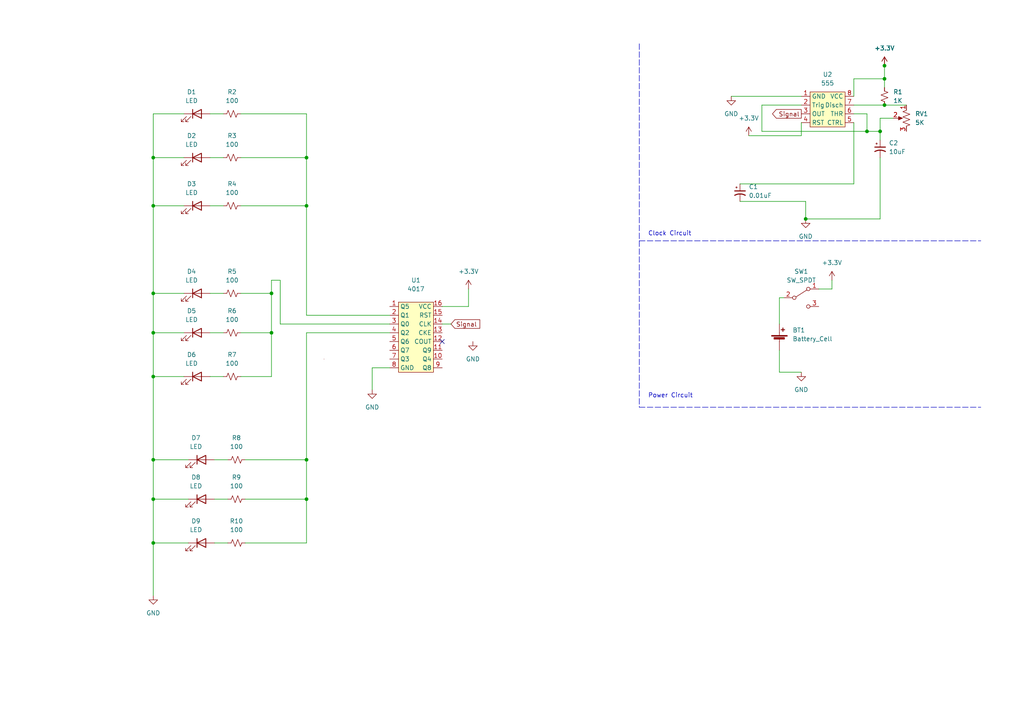
<source format=kicad_sch>
(kicad_sch (version 20211123) (generator eeschema)
  (paper "A4")
  (title_block (title "IEEE Ornament"))
  (lib_symbols
    (symbol "Device:Battery_Cell" (pin_numbers hide) (pin_names (offset 0) hide)
      (property "Reference" "BT" (at 2.54 2.54 0))
      (property "Value" "Battery_Cell" (at 2.54 0 0))
      (symbol "Battery_Cell_0_1"
        (rectangle (start -2.286 1.778) (end 2.286 1.524) (fill (type outline)))
        (rectangle (start -1.5748 1.1938) (end 1.4732 0.6858) (fill (type outline)))
        (polyline (pts (xy 0 0.762) (xy 0 0)))
        (polyline (pts (xy 0 1.778) (xy 0 2.54)))
        (polyline (pts (xy 0.508 3.429) (xy 1.524 3.429)) (stroke (width 0.254)))
        (polyline (pts (xy 1.016 3.937) (xy 1.016 2.921)) (stroke (width 0.254)))
      )
      (symbol "Battery_Cell_1_1"
        (pin passive line (at 0 5.08 270) (length 2.54) (name "+") (number "1"))
        (pin passive line (at 0 -2.54 90) (length 2.54) (name "-") (number "2"))
      )
    )
    (symbol "Device:C_Polarized_Small_US" (pin_numbers hide) (pin_names (offset 0.254) hide)
      (property "Reference" "C" (at 0.254 1.778 0))
      (property "Value" "C_Polarized_Small_US" (at 0.254 -2.032 0))
      (symbol "C_Polarized_Small_US_0_1"
        (polyline (pts (xy -1.524 0.508) (xy 1.524 0.508)) (stroke (width 0.3048)))
        (polyline (pts (xy -1.27 1.524) (xy -0.762 1.524)))
        (polyline (pts (xy -1.016 1.27) (xy -1.016 1.778)))
        (arc (start 1.524 -0.762) (mid 0 -0.3734) (end -1.524 -0.762) (stroke (width 0.3048)))
      )
      (symbol "C_Polarized_Small_US_1_1"
        (pin passive line (at 0 2.54 270) (length 2.032) (name "~") (number "1"))
        (pin passive line (at 0 -2.54 90) (length 2.032) (name "~") (number "2"))
      )
    )
    (symbol "Device:LED" (pin_numbers hide) (pin_names (offset 1.016) hide)
      (property "Reference" "D" (at 0 2.54 0))
      (property "Value" "LED" (at 0 -2.54 0))
      (symbol "LED_0_1"
        (polyline (pts (xy -1.27 -1.27) (xy -1.27 1.27)) (stroke (width 0.254)))
        (polyline (pts (xy -1.27 0) (xy 1.27 0)))
        (polyline (pts (xy 1.27 -1.27) (xy 1.27 1.27) (xy -1.27 0) (xy 1.27 -1.27)) (stroke (width 0.254)))
        (polyline (pts (xy -3.048 -0.762) (xy -4.572 -2.286) (xy -3.81 -2.286) (xy -4.572 -2.286) (xy -4.572 -1.524)))
        (polyline (pts (xy -1.778 -0.762) (xy -3.302 -2.286) (xy -2.54 -2.286) (xy -3.302 -2.286) (xy -3.302 -1.524)))
      )
      (symbol "LED_1_1"
        (pin passive line (at -3.81 0 0) (length 2.54) (name "K") (number "1"))
        (pin passive line (at 3.81 0 180) (length 2.54) (name "A") (number "2"))
      )
    )
    (symbol "Device:R_Potentiometer_US" (pin_names (offset 1.016) hide)
      (property "Reference" "RV" (at -4.445 0 90))
      (property "Value" "R_Potentiometer_US" (at -2.54 0 90))
      (symbol "R_Potentiometer_US_0_1"
        (polyline (pts (xy 0 -2.286) (xy 0 -2.54)))
        (polyline (pts (xy 0 2.54) (xy 0 2.286)))
        (polyline (pts (xy 2.54 0) (xy 1.524 0)))
        (polyline (pts (xy 1.143 0) (xy 2.286 0.508) (xy 2.286 -0.508) (xy 1.143 0)) (fill (type outline)))
        (polyline (pts (xy 0 -0.762) (xy 1.016 -1.143) (xy 0 -1.524) (xy -1.016 -1.905) (xy 0 -2.286)))
        (polyline (pts (xy 0 0.762) (xy 1.016 0.381) (xy 0 0) (xy -1.016 -0.381) (xy 0 -0.762)))
        (polyline (pts (xy 0 2.286) (xy 1.016 1.905) (xy 0 1.524) (xy -1.016 1.143) (xy 0 0.762)))
      )
      (symbol "R_Potentiometer_US_1_1"
        (pin passive line (at 0 3.81 270) (length 1.27) (name "1") (number "1"))
        (pin passive line (at 3.81 0 180) (length 1.27) (name "2") (number "2"))
        (pin passive line (at 0 -3.81 90) (length 1.27) (name "3") (number "3"))
      )
    )
    (symbol "Device:R_Small_US" (pin_numbers hide) (pin_names (offset 0.254) hide)
      (property "Reference" "R" (at 0.762 0.508 0))
      (property "Value" "R_Small_US" (at 0.762 -1.016 0))
      (symbol "R_Small_US_1_1"
        (polyline (pts (xy 0 0) (xy 1.016 -0.381) (xy 0 -0.762) (xy -1.016 -1.143) (xy 0 -1.524)))
        (polyline (pts (xy 0 1.524) (xy 1.016 1.143) (xy 0 0.762) (xy -1.016 0.381) (xy 0 0)))
        (pin passive line (at 0 2.54 270) (length 1.016) (name "~") (number "1"))
        (pin passive line (at 0 -2.54 90) (length 1.016) (name "~") (number "2"))
      )
    )
    (symbol "IEEE Ornament:4017"
      (property "Reference" "U" (at 0 1.27 0))
      (property "Value" "4017" (at 0 -1.27 0))
      (symbol "4017_0_1"
        (rectangle (start -26.67 -19.05) (end -26.67 -19.05))
        (rectangle (start -5.08 -2.54) (end 5.08 -22.86) (fill (type background)))
      )
      (symbol "4017_1_1"
        (pin input line (at -7.62 -3.81 0) (length 2.54) (name "Q5") (number "1"))
        (pin input line (at 7.62 -19.05 180) (length 2.54) (name "Q4") (number "10"))
        (pin input line (at 7.62 -16.51 180) (length 2.54) (name "Q9") (number "11"))
        (pin input line (at 7.62 -13.97 180) (length 2.54) (name "COUT") (number "12"))
        (pin input line (at 7.62 -11.43 180) (length 2.54) (name "CKE") (number "13"))
        (pin input line (at 7.62 -8.89 180) (length 2.54) (name "CLK") (number "14"))
        (pin input line (at 7.62 -6.35 180) (length 2.54) (name "RST") (number "15"))
        (pin input line (at 7.62 -3.81 180) (length 2.54) (name "VCC") (number "16"))
        (pin input line (at -7.62 -6.35 0) (length 2.54) (name "Q1") (number "2"))
        (pin input line (at -7.62 -8.89 0) (length 2.54) (name "Q0") (number "3"))
        (pin input line (at -7.62 -11.43 0) (length 2.54) (name "Q2") (number "4"))
        (pin input line (at -7.62 -13.97 0) (length 2.54) (name "Q6") (number "5"))
        (pin input line (at -7.62 -16.51 0) (length 2.54) (name "Q7") (number "6"))
        (pin input line (at -7.62 -19.05 0) (length 2.54) (name "Q3") (number "7"))
        (pin input line (at -7.62 -21.59 0) (length 2.54) (name "GND") (number "8"))
        (pin input line (at 7.62 -21.59 180) (length 2.54) (name "Q8") (number "9"))
      )
    )
    (symbol "IEEE Ornament:555"
      (property "Reference" "U" (at 0 3.81 0))
      (property "Value" "555" (at 0 1.27 0))
      (symbol "555_0_1"
        (rectangle (start -5.08 0) (end 5.08 -10.16) (fill (type background)))
      )
      (symbol "555_1_1"
        (pin input line (at -7.62 -1.27 0) (length 2.54) (name "GND") (number "1"))
        (pin input line (at -7.62 -3.81 0) (length 2.54) (name "Trig") (number "2"))
        (pin input line (at -7.62 -6.35 0) (length 2.54) (name "OUT") (number "3"))
        (pin input line (at -7.62 -8.89 0) (length 2.54) (name "RST") (number "4"))
        (pin input line (at 7.62 -8.89 180) (length 2.54) (name "CTRL") (number "5"))
        (pin input line (at 7.62 -6.35 180) (length 2.54) (name "THR") (number "6"))
        (pin input line (at 7.62 -3.81 180) (length 2.54) (name "Disch") (number "7"))
        (pin input line (at 7.62 -1.27 180) (length 2.54) (name "VCC") (number "8"))
      )
    )
    (symbol "Switch:SW_SPDT" (pin_names (offset 0) hide)
      (property "Reference" "SW" (at 0 4.318 0))
      (property "Value" "SW_SPDT" (at 0 -5.08 0))
      (symbol "SW_SPDT_0_0"
        (circle (center -2.032 0) (radius 0.508))
        (circle (center 2.032 -2.54) (radius 0.508))
      )
      (symbol "SW_SPDT_0_1"
        (polyline (pts (xy -1.524 0.254) (xy 1.651 2.286)))
        (circle (center 2.032 2.54) (radius 0.508))
      )
      (symbol "SW_SPDT_1_1"
        (pin passive line (at 5.08 2.54 180) (length 2.54) (name "A") (number "1"))
        (pin passive line (at -5.08 0 0) (length 2.54) (name "B") (number "2"))
        (pin passive line (at 5.08 -2.54 180) (length 2.54) (name "C") (number "3"))
      )
    )
    (symbol "power:+3.3V" (power) (pin_names (offset 0))
      (property "Value" "+3.3V" (at 0 3.556 0))
      (symbol "+3.3V_0_1"
        (polyline (pts (xy -0.762 1.27) (xy 0 2.54)))
        (polyline (pts (xy 0 0) (xy 0 2.54)))
        (polyline (pts (xy 0 2.54) (xy 0.762 1.27)))
      )
      (symbol "+3.3V_1_1"
        (pin power_in line (at 0 0 90) (length 0) hide (name "+3.3V") (number "1"))
      )
    )
    (symbol "power:GND" (power) (pin_names (offset 0))
      (property "Value" "GND" (at 0 -3.81 0))
      (symbol "GND_0_1"
        (polyline (pts (xy 0 0) (xy 0 -1.27) (xy 1.27 -1.27) (xy 0 -2.54) (xy -1.27 -1.27) (xy 0 -1.27)))
      )
      (symbol "GND_1_1"
        (pin power_in line (at 0 0 270) (length 0) hide (name "GND") (number "1"))
      )
    )
  )
  (junction (at 44.45 96.52))
  (junction (at 44.45 109.22))
  (junction (at 233.68 63.5))
  (junction (at 44.45 144.78))
  (junction (at 44.45 85.09))
  (junction (at 88.9 59.69))
  (junction (at 88.9 133.35))
  (junction (at 44.45 59.69))
  (junction (at 44.45 45.72))
  (junction (at 256.54 30.48))
  (junction (at 256.54 19.05))
  (junction (at 44.45 133.35))
  (junction (at 44.45 157.48))
  (junction (at 256.54 22.86))
  (junction (at 88.9 45.72))
  (junction (at 251.46 38.1))
  (junction (at 78.74 96.52))
  (junction (at 88.9 144.78))
  (junction (at 255.27 38.1))
  (junction (at 78.74 85.09))
  (no_connect (at 128.27 99.06))
  (wire (pts (xy 62.23 133.35) (xy 66.04 133.35)))
  (wire (pts (xy 69.85 85.09) (xy 78.74 85.09)))
  (wire (pts (xy 78.74 85.09) (xy 78.74 96.52)))
  (wire (pts (xy 62.23 144.78) (xy 66.04 144.78)))
  (wire (pts (xy 88.9 96.52) (xy 88.9 133.35)))
  (wire (pts (xy 251.46 38.1) (xy 220.98 38.1)))
  (wire (pts (xy 60.96 109.22) (xy 64.77 109.22)))
  (wire (pts (xy 78.74 81.28) (xy 78.74 85.09)))
  (wire (pts (xy 247.65 33.02) (xy 251.46 33.02)))
  (wire (pts (xy 214.63 58.42) (xy 233.68 58.42)))
  (wire (pts (xy 81.28 81.28) (xy 78.74 81.28)))
  (wire (pts (xy 251.46 38.1) (xy 255.27 38.1)))
  (wire (pts (xy 88.9 157.48) (xy 71.12 157.48)))
  (polyline (pts (xy 185.42 69.85) (xy 185.42 118.11)))
  (wire (pts (xy 255.27 45.72) (xy 255.27 63.5)))
  (wire (pts (xy 44.45 157.48) (xy 44.45 172.72)))
  (wire (pts (xy 88.9 59.69) (xy 88.9 45.72)))
  (wire (pts (xy 220.98 30.48) (xy 232.41 30.48)))
  (wire (pts (xy 54.61 133.35) (xy 44.45 133.35)))
  (wire (pts (xy 44.45 96.52) (xy 53.34 96.52)))
  (polyline (pts (xy 185.42 69.85) (xy 284.48 69.85)))
  (wire (pts (xy 44.45 96.52) (xy 44.45 85.09)))
  (wire (pts (xy 256.54 19.05) (xy 256.54 22.86)))
  (wire (pts (xy 60.96 33.02) (xy 64.77 33.02)))
  (wire (pts (xy 130.81 93.98) (xy 128.27 93.98)))
  (wire (pts (xy 44.45 133.35) (xy 44.45 144.78)))
  (wire (pts (xy 233.68 58.42) (xy 233.68 63.5)))
  (wire (pts (xy 60.96 59.69) (xy 64.77 59.69)))
  (wire (pts (xy 226.06 101.6) (xy 226.06 107.95)))
  (wire (pts (xy 232.41 39.37) (xy 232.41 35.56)))
  (wire (pts (xy 88.9 91.44) (xy 88.9 59.69)))
  (wire (pts (xy 217.17 39.37) (xy 232.41 39.37)))
  (wire (pts (xy 69.85 59.69) (xy 88.9 59.69)))
  (wire (pts (xy 212.09 27.94) (xy 232.41 27.94)))
  (wire (pts (xy 255.27 38.1) (xy 255.27 40.64)))
  (wire (pts (xy 44.45 45.72) (xy 44.45 33.02)))
  (wire (pts (xy 107.95 106.68) (xy 107.95 113.03)))
  (wire (pts (xy 88.9 144.78) (xy 88.9 157.48)))
  (wire (pts (xy 113.03 96.52) (xy 88.9 96.52)))
  (wire (pts (xy 69.85 45.72) (xy 88.9 45.72)))
  (wire (pts (xy 113.03 106.68) (xy 107.95 106.68)))
  (wire (pts (xy 256.54 22.86) (xy 256.54 25.4)))
  (wire (pts (xy 241.3 83.82) (xy 241.3 81.28)))
  (wire (pts (xy 60.96 45.72) (xy 64.77 45.72)))
  (wire (pts (xy 62.23 157.48) (xy 66.04 157.48)))
  (wire (pts (xy 44.45 109.22) (xy 44.45 133.35)))
  (wire (pts (xy 237.49 83.82) (xy 241.3 83.82)))
  (wire (pts (xy 135.89 88.9) (xy 135.89 83.82)))
  (wire (pts (xy 44.45 85.09) (xy 53.34 85.09)))
  (wire (pts (xy 78.74 96.52) (xy 78.74 109.22)))
  (wire (pts (xy 247.65 30.48) (xy 256.54 30.48)))
  (wire (pts (xy 44.45 59.69) (xy 44.45 85.09)))
  (wire (pts (xy 113.03 93.98) (xy 81.28 93.98)))
  (wire (pts (xy 44.45 45.72) (xy 53.34 45.72)))
  (wire (pts (xy 44.45 33.02) (xy 53.34 33.02)))
  (wire (pts (xy 44.45 109.22) (xy 53.34 109.22)))
  (wire (pts (xy 214.63 53.34) (xy 247.65 53.34)))
  (wire (pts (xy 113.03 91.44) (xy 88.9 91.44)))
  (wire (pts (xy 226.06 93.98) (xy 226.06 86.36)))
  (wire (pts (xy 259.08 34.29) (xy 255.27 34.29)))
  (wire (pts (xy 78.74 109.22) (xy 69.85 109.22)))
  (wire (pts (xy 255.27 34.29) (xy 255.27 38.1)))
  (wire (pts (xy 247.65 22.86) (xy 247.65 27.94)))
  (wire (pts (xy 251.46 33.02) (xy 251.46 38.1)))
  (wire (pts (xy 256.54 30.48) (xy 262.89 30.48)))
  (wire (pts (xy 71.12 144.78) (xy 88.9 144.78)))
  (wire (pts (xy 247.65 22.86) (xy 256.54 22.86)))
  (wire (pts (xy 226.06 86.36) (xy 227.33 86.36)))
  (wire (pts (xy 226.06 107.95) (xy 232.41 107.95)))
  (wire (pts (xy 44.45 109.22) (xy 44.45 96.52)))
  (wire (pts (xy 69.85 96.52) (xy 78.74 96.52)))
  (wire (pts (xy 71.12 133.35) (xy 88.9 133.35)))
  (wire (pts (xy 247.65 53.34) (xy 247.65 35.56)))
  (wire (pts (xy 88.9 45.72) (xy 88.9 33.02)))
  (wire (pts (xy 81.28 93.98) (xy 81.28 81.28)))
  (wire (pts (xy 44.45 45.72) (xy 44.45 59.69)))
  (polyline (pts (xy 185.42 12.7) (xy 185.42 69.85)))
  (wire (pts (xy 54.61 144.78) (xy 44.45 144.78)))
  (wire (pts (xy 128.27 88.9) (xy 135.89 88.9)))
  (wire (pts (xy 60.96 96.52) (xy 64.77 96.52)))
  (wire (pts (xy 88.9 33.02) (xy 69.85 33.02)))
  (wire (pts (xy 60.96 85.09) (xy 64.77 85.09)))
  (polyline (pts (xy 185.42 118.11) (xy 284.48 118.11)))
  (wire (pts (xy 44.45 157.48) (xy 54.61 157.48)))
  (wire (pts (xy 88.9 133.35) (xy 88.9 144.78)))
  (wire (pts (xy 220.98 38.1) (xy 220.98 30.48)))
  (wire (pts (xy 53.34 59.69) (xy 44.45 59.69)))
  (wire (pts (xy 44.45 144.78) (xy 44.45 157.48)))
  (wire (pts (xy 255.27 63.5) (xy 233.68 63.5)))
  (text "Power Circuit" (at 187.96 115.57 0) (effects (font (size 1.27 1.27)) (justify left bottom)))
  (text "Clock Circuit\n" (at 187.96 68.58 0) (effects (font (size 1.27 1.27)) (justify left bottom)))
  (global_label "Signal" (shape output) (at 232.41 33.02 180) (property "Intersheet References" "${INTERSHEET_REFS}" (effects hide)))
  (global_label "Signal" (shape input) (at 130.81 93.98 0) (property "Intersheet References" "${INTERSHEET_REFS}" (effects hide)))
  (symbol (lib_id "Device:LED") (at 57.15 109.22 0) (unit 1)
    (property "Reference" "D6" (at 55.5625 102.87 0))
    (property "Value" "LED" (at 55.5625 105.41 0))
  )
  (symbol (lib_id "Device:LED") (at 57.15 33.02 0) (unit 1)
    (property "Reference" "D1" (at 55.5625 26.67 0))
    (property "Value" "LED" (at 55.5625 29.21 0))
  )
  (symbol (lib_id "Device:Battery_Cell") (at 226.06 99.06 0) (unit 1)
    (property "Reference" "BT1" (at 229.87 95.7579 0) (effects (justify left)))
    (property "Value" "Battery_Cell" (at 229.87 98.2979 0) (effects (justify left)))
  )
  (symbol (lib_id "power:GND") (at 137.16 99.06 0) (unit 1)
    (property "Reference" "#PWR04" (effects hide))
    (property "Value" "GND" (at 137.16 104.14 0))
  )
  (symbol (lib_id "Device:R_Small_US") (at 68.58 157.48 270) (unit 1)
    (property "Reference" "R10" (at 68.58 151.13 90))
    (property "Value" "100" (at 68.58 153.67 90))
  )
  (symbol (lib_id "power:GND") (at 232.41 107.95 0) (unit 1)
    (property "Reference" "#PWR07" (effects hide))
    (property "Value" "GND" (at 232.41 113.03 0))
  )
  (symbol (lib_id "Device:R_Small_US") (at 67.31 85.09 270) (unit 1)
    (property "Reference" "R5" (at 67.31 78.74 90))
    (property "Value" "100" (at 67.31 81.28 90))
  )
  (symbol (lib_id "Device:R_Small_US") (at 68.58 144.78 270) (unit 1)
    (property "Reference" "R9" (at 68.58 138.43 90))
    (property "Value" "100" (at 68.58 140.97 90))
  )
  (symbol (lib_id "power:GND") (at 107.95 113.03 0) (unit 1)
    (property "Reference" "#PWR02" (effects hide))
    (property "Value" "GND" (at 107.95 118.11 0))
  )
  (symbol (lib_id "Device:R_Small_US") (at 67.31 59.69 270) (unit 1)
    (property "Reference" "R4" (at 67.31 53.34 90))
    (property "Value" "100" (at 67.31 55.88 90))
  )
  (symbol (lib_id "Device:R_Small_US") (at 256.54 27.94 0) (unit 1)
    (property "Reference" "R1" (at 259.08 26.6699 0) (effects (justify left)))
    (property "Value" "1K" (at 259.08 29.2099 0) (effects (justify left)))
  )
  (symbol (lib_id "Switch:SW_SPDT") (at 232.41 86.36 0) (unit 1)
    (property "Reference" "SW1" (at 232.41 78.74 0))
    (property "Value" "SW_SPDT" (at 232.41 81.28 0))
  )
  (symbol (lib_id "power:+3.3V") (at 256.54 19.05 0) (unit 1)
    (property "Reference" "#PWR010" (effects hide))
    (property "Value" "+3.3V" (at 256.54 13.97 0))
  )
  (symbol (lib_id "Device:LED") (at 57.15 96.52 0) (unit 1)
    (property "Reference" "D5" (at 55.5625 90.17 0))
    (property "Value" "LED" (at 55.5625 92.71 0))
  )
  (symbol (lib_id "Device:R_Small_US") (at 67.31 45.72 270) (unit 1)
    (property "Reference" "R3" (at 67.31 39.37 90))
    (property "Value" "100" (at 67.31 41.91 90))
  )
  (symbol (lib_id "Device:C_Polarized_Small_US") (at 214.63 55.88 0) (unit 1)
    (property "Reference" "C1" (at 217.17 54.1781 0) (effects (justify left)))
    (property "Value" "0.01uF" (at 217.17 56.7181 0) (effects (justify left)))
  )
  (symbol (lib_id "power:GND") (at 212.09 27.94 0) (unit 1)
    (property "Reference" "#PWR05" (effects hide))
    (property "Value" "GND" (at 212.09 33.02 0))
  )
  (symbol (lib_id "Device:LED") (at 57.15 59.69 0) (unit 1)
    (property "Reference" "D3" (at 55.5625 53.34 0))
    (property "Value" "LED" (at 55.5625 55.88 0))
  )
  (symbol (lib_id "Device:R_Small_US") (at 67.31 109.22 270) (unit 1)
    (property "Reference" "R7" (at 67.31 102.87 90))
    (property "Value" "100" (at 67.31 105.41 90))
  )
  (symbol (lib_id "power:+3.3V") (at 135.89 83.82 0) (unit 1)
    (property "Reference" "#PWR03" (effects hide))
    (property "Value" "+3.3V" (at 135.89 78.74 0))
  )
  (symbol (lib_id "Device:LED") (at 57.15 45.72 0) (unit 1)
    (property "Reference" "D2" (at 55.5625 39.37 0))
    (property "Value" "LED" (at 55.5625 41.91 0))
  )
  (symbol (lib_id "Device:R_Small_US") (at 67.31 96.52 270) (unit 1)
    (property "Reference" "R6" (at 67.31 90.17 90))
    (property "Value" "100" (at 67.31 92.71 90))
  )
  (symbol (lib_id "IEEE Ornament:4017") (at 120.65 85.09 0) (unit 1)
    (property "Reference" "U1" (at 120.65 81.28 0))
    (property "Value" "4017" (at 120.65 83.82 0))
  )
  (symbol (lib_id "Device:R_Small_US") (at 67.31 33.02 270) (unit 1)
    (property "Reference" "R2" (at 67.31 26.67 90))
    (property "Value" "100" (at 67.31 29.21 90))
  )
  (symbol (lib_id "power:GND") (at 44.45 172.72 0) (unit 1)
    (property "Reference" "#PWR01" (effects hide))
    (property "Value" "GND" (at 44.45 177.8 0))
  )
  (symbol (lib_id "Device:R_Potentiometer_US") (at 262.89 34.29 0) (mirror y) (unit 1)
    (property "Reference" "RV1" (at 265.43 33.0199 0) (effects (justify right)))
    (property "Value" "5K" (at 265.43 35.5599 0) (effects (justify right)))
  )
  (symbol (lib_id "power:GND") (at 233.68 63.5 0) (unit 1)
    (property "Reference" "#PWR08" (effects hide))
    (property "Value" "GND" (at 233.68 68.58 0))
  )
  (symbol (lib_id "Device:LED") (at 58.42 133.35 0) (unit 1)
    (property "Reference" "D7" (at 56.8325 127 0))
    (property "Value" "LED" (at 56.8325 129.54 0))
  )
  (symbol (lib_id "power:+3.3V") (at 256.54 19.05 0) (unit 1)
    (property "Reference" "#PWR011" (effects hide))
    (property "Value" "+3.3V" (at 256.54 13.97 0))
  )
  (symbol (lib_id "Device:LED") (at 57.15 85.09 0) (unit 1)
    (property "Reference" "D4" (at 55.5625 78.74 0))
    (property "Value" "LED" (at 55.5625 81.28 0))
  )
  (symbol (lib_id "Device:C_Polarized_Small_US") (at 255.27 43.18 0) (unit 1)
    (property "Reference" "C2" (at 257.81 41.4781 0) (effects (justify left)))
    (property "Value" "10uF" (at 257.81 44.0181 0) (effects (justify left)))
  )
  (symbol (lib_id "IEEE Ornament:555") (at 240.03 26.67 0) (unit 1)
    (property "Reference" "U2" (at 240.03 21.59 0))
    (property "Value" "555" (at 240.03 24.13 0))
  )
  (symbol (lib_id "Device:LED") (at 58.42 144.78 0) (unit 1)
    (property "Reference" "D8" (at 56.8325 138.43 0))
    (property "Value" "LED" (at 56.8325 140.97 0))
  )
  (symbol (lib_id "power:+3.3V") (at 241.3 81.28 0) (unit 1)
    (property "Reference" "#PWR09" (effects hide))
    (property "Value" "+3.3V" (at 241.3 76.2 0))
  )
  (symbol (lib_id "power:+3.3V") (at 217.17 39.37 0) (unit 1)
    (property "Reference" "#PWR06" (effects hide))
    (property "Value" "+3.3V" (at 217.17 34.29 0))
  )
  (symbol (lib_id "Device:LED") (at 58.42 157.48 0) (unit 1)
    (property "Reference" "D9" (at 56.8325 151.13 0))
    (property "Value" "LED" (at 56.8325 153.67 0))
  )
  (symbol (lib_id "Device:R_Small_US") (at 68.58 133.35 270) (unit 1)
    (property "Reference" "R8" (at 68.58 127 90))
    (property "Value" "100" (at 68.58 129.54 90))
  )
)
</source>
